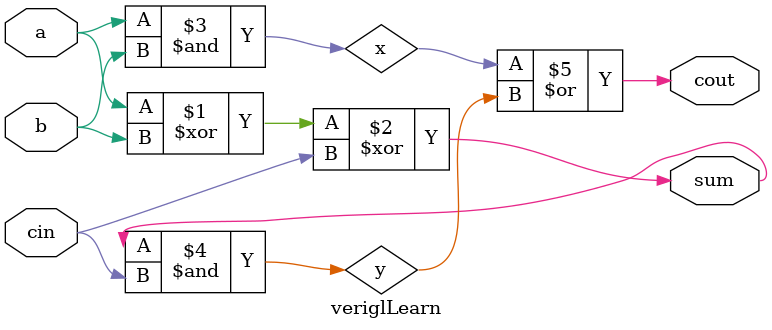
<source format=v>
module veriglLearn(
	input a, input b,
	input cin,
	output cout,
	output sum);
	
	
	wire x, y;
	//adder xor gates
	xor G1(sum, a, b, cin);
	and G2(x, a, b);
	and G3(y, sum, cin);
	or G4(cout, x, y);

	
	
	
	

	
endmodule
</source>
